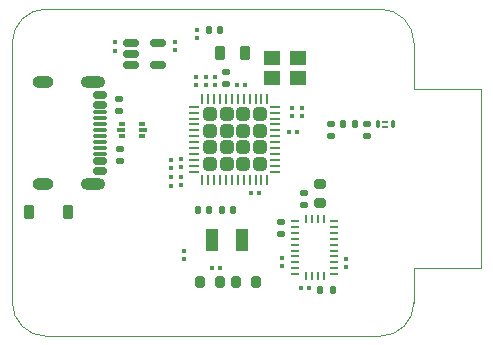
<source format=gbr>
%TF.GenerationSoftware,KiCad,Pcbnew,8.0.0*%
%TF.CreationDate,2024-03-13T13:13:58+00:00*%
%TF.ProjectId,HW_MoveCritic_KiCad_Project,48575f4d-6f76-4654-9372-697469635f4b,rev?*%
%TF.SameCoordinates,PX7ee4219PY616af6f*%
%TF.FileFunction,Paste,Top*%
%TF.FilePolarity,Positive*%
%FSLAX46Y46*%
G04 Gerber Fmt 4.6, Leading zero omitted, Abs format (unit mm)*
G04 Created by KiCad (PCBNEW 8.0.0) date 2024-03-13 13:13:58*
%MOMM*%
%LPD*%
G01*
G04 APERTURE LIST*
G04 Aperture macros list*
%AMRoundRect*
0 Rectangle with rounded corners*
0 $1 Rounding radius*
0 $2 $3 $4 $5 $6 $7 $8 $9 X,Y pos of 4 corners*
0 Add a 4 corners polygon primitive as box body*
4,1,4,$2,$3,$4,$5,$6,$7,$8,$9,$2,$3,0*
0 Add four circle primitives for the rounded corners*
1,1,$1+$1,$2,$3*
1,1,$1+$1,$4,$5*
1,1,$1+$1,$6,$7*
1,1,$1+$1,$8,$9*
0 Add four rect primitives between the rounded corners*
20,1,$1+$1,$2,$3,$4,$5,0*
20,1,$1+$1,$4,$5,$6,$7,0*
20,1,$1+$1,$6,$7,$8,$9,0*
20,1,$1+$1,$8,$9,$2,$3,0*%
G04 Aperture macros list end*
%ADD10RoundRect,0.079500X0.100500X-0.079500X0.100500X0.079500X-0.100500X0.079500X-0.100500X-0.079500X0*%
%ADD11RoundRect,0.135000X0.135000X0.185000X-0.135000X0.185000X-0.135000X-0.185000X0.135000X-0.185000X0*%
%ADD12R,0.500000X0.375000*%
%ADD13R,0.650000X0.300000*%
%ADD14RoundRect,0.218750X-0.218750X-0.381250X0.218750X-0.381250X0.218750X0.381250X-0.218750X0.381250X0*%
%ADD15RoundRect,0.079500X-0.079500X-0.100500X0.079500X-0.100500X0.079500X0.100500X-0.079500X0.100500X0*%
%ADD16RoundRect,0.147500X-0.147500X-0.172500X0.147500X-0.172500X0.147500X0.172500X-0.147500X0.172500X0*%
%ADD17R,1.100000X1.900000*%
%ADD18RoundRect,0.135000X0.185000X-0.135000X0.185000X0.135000X-0.185000X0.135000X-0.185000X-0.135000X0*%
%ADD19RoundRect,0.140000X-0.170000X0.140000X-0.170000X-0.140000X0.170000X-0.140000X0.170000X0.140000X0*%
%ADD20RoundRect,0.135000X-0.185000X0.135000X-0.185000X-0.135000X0.185000X-0.135000X0.185000X0.135000X0*%
%ADD21RoundRect,0.140000X0.140000X0.170000X-0.140000X0.170000X-0.140000X-0.170000X0.140000X-0.170000X0*%
%ADD22RoundRect,0.200000X-0.200000X-0.275000X0.200000X-0.275000X0.200000X0.275000X-0.200000X0.275000X0*%
%ADD23RoundRect,0.079500X-0.100500X0.079500X-0.100500X-0.079500X0.100500X-0.079500X0.100500X0.079500X0*%
%ADD24RoundRect,0.079500X0.079500X0.100500X-0.079500X0.100500X-0.079500X-0.100500X0.079500X-0.100500X0*%
%ADD25O,1.800000X1.000000*%
%ADD26O,2.100000X1.000000*%
%ADD27RoundRect,0.150000X-0.425000X0.150000X-0.425000X-0.150000X0.425000X-0.150000X0.425000X0.150000X0*%
%ADD28RoundRect,0.075000X-0.500000X0.075000X-0.500000X-0.075000X0.500000X-0.075000X0.500000X0.075000X0*%
%ADD29RoundRect,0.062500X0.375000X-0.062500X0.375000X0.062500X-0.375000X0.062500X-0.375000X-0.062500X0*%
%ADD30RoundRect,0.062500X0.062500X-0.375000X0.062500X0.375000X-0.062500X0.375000X-0.062500X-0.375000X0*%
%ADD31RoundRect,0.250000X0.315000X-0.315000X0.315000X0.315000X-0.315000X0.315000X-0.315000X-0.315000X0*%
%ADD32RoundRect,0.147500X0.172500X-0.147500X0.172500X0.147500X-0.172500X0.147500X-0.172500X-0.147500X0*%
%ADD33RoundRect,0.200000X-0.275000X0.200000X-0.275000X-0.200000X0.275000X-0.200000X0.275000X0.200000X0*%
%ADD34RoundRect,0.225000X0.225000X0.375000X-0.225000X0.375000X-0.225000X-0.375000X0.225000X-0.375000X0*%
%ADD35RoundRect,0.200000X0.200000X0.275000X-0.200000X0.275000X-0.200000X-0.275000X0.200000X-0.275000X0*%
%ADD36RoundRect,0.140000X-0.140000X-0.170000X0.140000X-0.170000X0.140000X0.170000X-0.140000X0.170000X0*%
%ADD37RoundRect,0.068750X-0.068750X-0.281250X0.068750X-0.281250X0.068750X0.281250X-0.068750X0.281250X0*%
%ADD38RoundRect,0.061250X-0.163750X-0.061250X0.163750X-0.061250X0.163750X0.061250X-0.163750X0.061250X0*%
%ADD39R,0.675000X0.254000*%
%ADD40R,0.254000X0.675000*%
%ADD41R,1.400000X1.200000*%
%ADD42RoundRect,0.150000X-0.512500X-0.150000X0.512500X-0.150000X0.512500X0.150000X-0.512500X0.150000X0*%
%TA.AperFunction,Profile*%
%ADD43C,0.100000*%
%TD*%
G04 APERTURE END LIST*
D10*
%TO.C,C4*%
X15570000Y21955000D03*
X15570000Y21265000D03*
%TD*%
D11*
%TO.C,R10*%
X26090000Y3949998D03*
X27110000Y3949998D03*
%TD*%
D12*
%TO.C,U2*%
X11000001Y17987498D03*
D13*
X11075001Y17449998D03*
D12*
X11000001Y16912498D03*
X9300001Y16912498D03*
D13*
X9225001Y17449998D03*
D12*
X9300001Y17987498D03*
%TD*%
D14*
%TO.C,L2*%
X19712500Y23999998D03*
X17587500Y23999998D03*
%TD*%
D10*
%TO.C,C6*%
X14270000Y14974998D03*
X14270000Y14284998D03*
%TD*%
D15*
%TO.C,C1*%
X24095000Y17250000D03*
X23405000Y17250000D03*
%TD*%
D16*
%TO.C,L3*%
X28987502Y17929999D03*
X28017502Y17929999D03*
%TD*%
D17*
%TO.C,X1*%
X16920001Y8159999D03*
X19420001Y8159999D03*
%TD*%
D18*
%TO.C,R4*%
X9066333Y20109998D03*
X9066333Y19089998D03*
%TD*%
D16*
%TO.C,D2*%
X17585000Y25960000D03*
X16615000Y25960000D03*
%TD*%
D10*
%TO.C,C20*%
X22850000Y6645000D03*
X22850000Y5955000D03*
%TD*%
D19*
%TO.C,C15*%
X30027500Y16975000D03*
X30027500Y17935000D03*
%TD*%
D20*
%TO.C,R3*%
X9127501Y14809998D03*
X9127501Y15829998D03*
%TD*%
D15*
%TO.C,C11*%
X19695001Y21290000D03*
X19005001Y21290000D03*
%TD*%
D21*
%TO.C,C13*%
X15700001Y10689998D03*
X16660001Y10689998D03*
%TD*%
D18*
%TO.C,R8*%
X22750001Y9710000D03*
X22750001Y8690000D03*
%TD*%
D22*
%TO.C,R2*%
X17557501Y4569998D03*
X15907501Y4569998D03*
%TD*%
D15*
%TO.C,C2*%
X20895001Y12110000D03*
X20205001Y12110000D03*
%TD*%
D23*
%TO.C,C18*%
X8720001Y24184999D03*
X8720001Y24874999D03*
%TD*%
D24*
%TO.C,C21*%
X24455001Y4049999D03*
X25145001Y4049999D03*
%TD*%
D23*
%TO.C,C10*%
X24550000Y18655000D03*
X24550000Y19345000D03*
%TD*%
%TO.C,C19*%
X13732729Y24201397D03*
X13732729Y24891397D03*
%TD*%
D10*
%TO.C,C8*%
X17140001Y21959999D03*
X17140001Y21269999D03*
%TD*%
D25*
%TO.C,J3*%
X2635000Y12880000D03*
D26*
X6815000Y12880000D03*
D25*
X2635000Y21520000D03*
D26*
X6815000Y21520000D03*
D27*
X7390000Y20400000D03*
X7390000Y19600000D03*
D28*
X7390000Y18950000D03*
X7390000Y17950000D03*
X7390000Y16450000D03*
X7390000Y15450000D03*
D27*
X7390000Y14800000D03*
X7390000Y14000000D03*
X7390000Y14000000D03*
X7390000Y14800000D03*
D28*
X7390000Y15950000D03*
X7390000Y16950000D03*
X7390000Y17450000D03*
X7390000Y18450000D03*
D27*
X7390000Y19600000D03*
X7390000Y20400000D03*
%TD*%
D24*
%TO.C,C17*%
X16885000Y5740000D03*
X17575000Y5740000D03*
%TD*%
D29*
%TO.C,U1*%
X15405002Y13929999D03*
X15405002Y14429999D03*
X15405002Y14929999D03*
X15405002Y15429999D03*
X15405002Y15929999D03*
X15405002Y16429999D03*
X15405002Y16929999D03*
X15405002Y17429999D03*
X15405002Y17929999D03*
X15405002Y18429999D03*
X15405002Y18929999D03*
X15405002Y19429999D03*
D30*
X16092502Y20117499D03*
X16592502Y20117499D03*
X17092502Y20117499D03*
X17592502Y20117499D03*
X18092502Y20117499D03*
X18592502Y20117499D03*
X19092502Y20117499D03*
X19592502Y20117499D03*
X20092502Y20117499D03*
X20592502Y20117499D03*
X21092502Y20117499D03*
X21592502Y20117499D03*
D29*
X22280002Y19429999D03*
X22280002Y18929999D03*
X22280002Y18429999D03*
X22280002Y17929999D03*
X22280002Y17429999D03*
X22280002Y16929999D03*
X22280002Y16429999D03*
X22280002Y15929999D03*
X22280002Y15429999D03*
X22280002Y14929999D03*
X22280002Y14429999D03*
X22280002Y13929999D03*
D30*
X21592502Y13242499D03*
X21092502Y13242499D03*
X20592502Y13242499D03*
X20092502Y13242499D03*
X19592502Y13242499D03*
X19092502Y13242499D03*
X18592502Y13242499D03*
X18092502Y13242499D03*
X17592502Y13242499D03*
X17092502Y13242499D03*
X16592502Y13242499D03*
X16092502Y13242499D03*
D31*
X20942502Y18779999D03*
X19542502Y18779999D03*
X18142502Y18779999D03*
X16742502Y18779999D03*
X20942502Y17379999D03*
X19542502Y17379999D03*
X18142502Y17379999D03*
X16742502Y17379999D03*
X20942502Y15979999D03*
X19542502Y15979999D03*
X18142502Y15979999D03*
X16742502Y15979999D03*
X20942502Y14579999D03*
X19542502Y14579999D03*
X18142502Y14579999D03*
X16742502Y14579999D03*
%TD*%
D32*
%TO.C,L1*%
X18060002Y22334999D03*
X18060002Y21364999D03*
%TD*%
D33*
%TO.C,R6*%
X26050002Y11274999D03*
X26050002Y12924999D03*
%TD*%
D23*
%TO.C,C22*%
X28290001Y5855000D03*
X28290001Y6545000D03*
%TD*%
D34*
%TO.C,D1*%
X1450000Y10499998D03*
X4750000Y10499998D03*
%TD*%
D35*
%TO.C,R1*%
X18957500Y4560000D03*
X20607500Y4560000D03*
%TD*%
D10*
%TO.C,C9*%
X16360001Y21955000D03*
X16360001Y21265000D03*
%TD*%
D19*
%TO.C,C14*%
X26977501Y16974998D03*
X26977501Y17934998D03*
%TD*%
D23*
%TO.C,C3*%
X13420000Y12754999D03*
X13420000Y13444999D03*
%TD*%
%TO.C,C23*%
X23700002Y18654999D03*
X23700002Y19344999D03*
%TD*%
D20*
%TO.C,R7*%
X24700000Y11089998D03*
X24700000Y12109998D03*
%TD*%
D23*
%TO.C,C16*%
X14550001Y6504998D03*
X14550001Y7194998D03*
%TD*%
%TO.C,C7*%
X14270001Y12775000D03*
X14270001Y13465000D03*
%TD*%
D36*
%TO.C,C12*%
X18680000Y10700000D03*
X17720000Y10700000D03*
%TD*%
D37*
%TO.C,FLT1*%
X32190000Y17930000D03*
D38*
X31577500Y17702500D03*
X31577500Y18157500D03*
D37*
X30965000Y17930000D03*
%TD*%
D39*
%TO.C,U5*%
X23937501Y5749999D03*
X23937501Y6249999D03*
X23937501Y6749999D03*
X23937501Y7249999D03*
X23937501Y7749999D03*
X23937501Y8249999D03*
X23937501Y8749999D03*
X23937501Y9249999D03*
X23937501Y9749999D03*
D40*
X24850001Y9887499D03*
X25350001Y9887499D03*
X25850001Y9887499D03*
X26350001Y9887499D03*
D39*
X27262501Y9749999D03*
X27262501Y9249999D03*
X27262501Y8749999D03*
X27262501Y8249999D03*
X27262501Y7749999D03*
X27262501Y7249999D03*
X27262501Y6749999D03*
X27262501Y6249999D03*
X27262501Y5749999D03*
X27262501Y5249999D03*
D40*
X26350001Y5112499D03*
X25850001Y5112499D03*
X25350001Y5112499D03*
X24850001Y5112499D03*
D39*
X23937501Y5249999D03*
%TD*%
D10*
%TO.C,C5*%
X13420000Y14955000D03*
X13420000Y14265000D03*
%TD*%
D41*
%TO.C,X2*%
X24210001Y21829999D03*
X22010001Y21829999D03*
X22010001Y23529999D03*
X24210001Y23529999D03*
%TD*%
D42*
%TO.C,U3*%
X12360001Y24860000D03*
X12360001Y22960000D03*
X10085001Y22960000D03*
X10085001Y23910000D03*
X10085001Y24860000D03*
%TD*%
D23*
%TO.C,R5*%
X15637500Y25265001D03*
X15637500Y25955001D03*
%TD*%
D43*
X31150001Y27699999D02*
X2849999Y27699998D01*
X0Y24849999D02*
G75*
G02*
X2849999Y27699997I2849998J0D01*
G01*
X34000000Y24850000D02*
X34000002Y20959999D01*
X2850000Y0D02*
X31150001Y-2D01*
X34000002Y2849999D02*
X34000002Y5759999D01*
X0Y24849999D02*
X0Y2849999D01*
X34000002Y2849999D02*
G75*
G02*
X31150001Y-4I-2850003J0D01*
G01*
X31150001Y27699999D02*
G75*
G02*
X33999999Y24850000I-2J-2850000D01*
G01*
X2850000Y0D02*
G75*
G02*
X-1Y2849999I-2J2849999D01*
G01*
%TO.C,AE1*%
X39700000Y20959998D02*
X34000000Y20959998D01*
X39700000Y20959998D02*
X39700000Y5759998D01*
X39700000Y5759998D02*
X34010000Y5759998D01*
%TD*%
M02*

</source>
